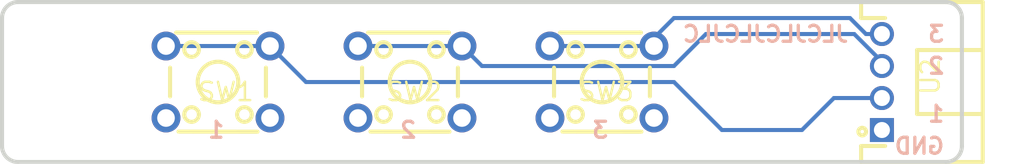
<source format=kicad_pcb>
(kicad_pcb (version 20171130) (host pcbnew "(5.1.5)-3") (page "A4") (layers (0 "F.Cu" signal) (31 "B.Cu" signal) (32 "B.Adhes" user) (33 "F.Adhes" user) (34 "B.Paste" user) (35 "F.Paste" user) (36 "B.SilkS" user) (37 "F.SilkS" user) (38 "B.Mask" user) (39 "F.Mask" user) (40 "Dwgs.User" user) (41 "Cmts.User" user) (42 "Eco1.User" user) (43 "Eco2.User" user) (44 "Edge.Cuts" user) (45 "Margin" user) (46 "B.CrtYd" user) (47 "F.CrtYd" user) (48 "B.Fab" user hide) (49 "F.Fab" user hide)) (net 0 "") (net 1 "SW3_2") (net 2 "SW1_2") (net 3 "SW2_2") (net 4 "GND") (gr_line (start 64.08 68.928) (end 6.08 68.928) (width 0.254) (layer "Edge.Cuts")) (gr_line (start 6.08 58.928) (end 64.08 58.928) (width 0.254) (layer "Edge.Cuts")) (gr_line (start 5.08 67.928) (end 5.08 59.928) (width 0.254) (layer "Edge.Cuts")) (gr_line (start 65.08 59.928) (end 65.08 67.928) (width 0.254) (layer "Edge.Cuts")) (gr_arc (start 64.08 59.928) (end 64.08 58.928) (angle 90) (width 0.254) (layer "Edge.Cuts")) (gr_arc (start 6.08 59.928) (end 5.08 59.928) (angle 90) (width 0.254) (layer "Edge.Cuts")) (gr_arc (start 64.08 67.928) (end 65.08 67.928) (angle 90) (width 0.254) (layer "Edge.Cuts")) (gr_arc (start 6.08 67.928) (end 6.08 68.928) (angle 90) (width 0.254) (layer "Edge.Cuts")) (segment (start 45.83 61.678) (end 45.83 61.178) (width 0.254) (layer "B.Cu") (net 1)) (segment (start 45.83 61.178) (end 47.08 59.928) (width 0.254) (layer "B.Cu") (net 1)) (segment (start 47.08 59.928) (end 58.08 59.928) (width 0.254) (layer "B.Cu") (net 1)) (segment (start 58.08 59.928) (end 59.08 60.928) (width 0.254) (layer "B.Cu") (net 1)) (segment (start 59.08 60.928) (end 60.08 60.928) (width 0.254) (layer "B.Cu") (net 1)) (segment (start 15.33 61.678) (end 21.83 61.678) (width 0.254) (layer "B.Cu") (net 2)) (segment (start 27.33 61.678) (end 33.83 61.678) (width 0.254) (layer "B.Cu") (net 3)) (segment (start 39.33 61.678) (end 45.83 61.678) (width 0.254) (layer "B.Cu") (net 1)) (segment (start 33.83 61.678) (end 35.08 62.928) (width 0.254) (layer "B.Cu") (net 3)) (segment (start 35.08 62.928) (end 47.08 62.928) (width 0.254) (layer "B.Cu") (net 3)) (segment (start 47.08 62.928) (end 49.08 60.928) (width 0.254) (layer "B.Cu") (net 3)) (segment (start 49.08 60.928) (end 58.35 60.928) (width 0.254) (layer "B.Cu") (net 3)) (segment (start 58.35 60.928) (end 60.08 62.658) (width 0.254) (layer "B.Cu") (net 3)) (segment (start 21.83 61.678) (end 24.08 63.928) (width 0.254) (layer "B.Cu") (net 2)) (segment (start 24.08 63.928) (end 47.08 63.928) (width 0.254) (layer "B.Cu") (net 2)) (segment (start 47.08 63.928) (end 50.08 66.928) (width 0.254) (layer "B.Cu") (net 2)) (segment (start 50.08 66.928) (end 55.08 66.928) (width 0.254) (layer "B.Cu") (net 2)) (segment (start 55.08 66.928) (end 57.08 64.928) (width 0.254) (layer "B.Cu") (net 2)) (segment (start 57.08 64.928) (end 60.08 64.928) (width 0.254) (layer "B.Cu") (net 2)) (zone (net 4) (net_name "GND") (layer "B.Cu") (hatch edge 0.508) (connect_pads (clearance 0.254)) (polygon (pts (xy 5.08 58.928) (xy 65.08 58.928) (xy 65.08 68.928) (xy 5.08 68.928)))) (gr_text "1" (at 19.08 66.928 0) (layer "B.SilkS") (effects (font (size 1 1) (thickness 0.203)) (justify left mirror))) (gr_text "2" (at 31.08 66.928 0) (layer "B.SilkS") (effects (font (size 1 1) (thickness 0.203)) (justify left mirror))) (gr_text "3" (at 43.08 66.928 0) (layer "B.SilkS") (effects (font (size 1 1) (thickness 0.203)) (justify left mirror))) (gr_text "1" (at 64.08 65.928 0) (layer "B.SilkS") (effects (font (size 1 1) (thickness 0.203)) (justify left mirror))) (gr_text "2" (at 64.08 62.928 0) (layer "B.SilkS") (effects (font (size 1 1) (thickness 0.203)) (justify left mirror))) (gr_text "3" (at 64.08 60.928 0) (layer "B.SilkS") (effects (font (size 1 1) (thickness 0.203)) (justify left mirror))) (gr_text "GND" (at 64.08 67.928 0) (layer "B.SilkS") (effects (font (size 1 1) (thickness 0.203)) (justify left mirror))) (gr_text "JLCJLCJLCJLC" (at 58.08 60.928 0) (layer "B.SilkS") (effects (font (size 1 1) (thickness 0.203)) (justify left mirror))) (module "easyeda:CONN-TH_4P-P2.00_S4B-PH-K-S-LF-SN" (layer "F.Cu") (at 60.08 63.928 90) (fp_text value "S4B-PH-K-S-(LF)(SN)" (at -0.239 -3.546 90) (layer "F.Fab") hide (effects (font (size 1.143 1.143) (thickness 0.152)) (justify left))) (fp_text reference "U2" (at -0.899 3.024 90) (layer "F.SilkS") (effects (font (size 1.143 1.143) (thickness 0.152)) (justify left))) (fp_poly (pts (xy -1.87 6.3) (xy -2.13 6.3) (xy -2.13 2.08) (xy -2.12 2.07) (xy 2.13 2.07) (xy 2.13 6.3) (xy 1.87 6.3) (xy 1.87 2.32) (xy -1.87 2.32)) (layer "Cmts.User") (width 0)) (fp_line (start 5 -1.3) (end 4 -1.3) (width 0.254) (layer "F.SilkS")) (fp_line (start 4 -1.3) (end 4 0.2) (width 0.254) (layer "F.SilkS")) (fp_line (start 1.999 2.199) (end 1.999 6.2) (width 0.254) (layer "F.SilkS")) (fp_line (start 2 2.199) (end -1.999 2.199) (width 0.254) (layer "F.SilkS")) (fp_line (start -1.999 2.199) (end -1.999 6.2) (width 0.254) (layer "F.SilkS")) (fp_line (start -5 -1.3) (end -4 -1.3) (width 0.254) (layer "F.SilkS")) (fp_line (start -4 -1.3) (end -4 0.2) (width 0.254) (layer "F.SilkS")) (fp_line (start 4.999 6.301) (end 4.999 -1.301) (width 0.254) (layer "F.SilkS")) (fp_line (start -5 -1.3) (end -5 6.3) (width 0.254) (layer "F.SilkS")) (fp_line (start 5 6.301) (end -4.999 6.301) (width 0.254) (layer "F.SilkS")) (fp_circle (center -3.1 -1.23) (end -2.86 -1.23) (layer "F.SilkS") (width 0.254)) (pad 4 thru_hole circle (at 3 0 90) (size 1.5 1.5) (layers "*.Cu" "*.Paste" "*.Mask") (drill 1) (net 1 "SW3_2")) (pad 3 thru_hole circle (at 1 0 90) (size 1.5 1.5) (layers "*.Cu" "*.Paste" "*.Mask") (drill 1) (net 3 "SW2_2")) (pad 2 thru_hole circle (at -1 0 90) (size 1.5 1.5) (layers "*.Cu" "*.Paste" "*.Mask") (drill 1) (net 2 "SW1_2")) (pad 1 thru_hole rect (at -3 0 90) (size 1.5 1.5) (layers "*.Cu" "*.Paste" "*.Mask") (drill 1) (net 4 "GND")) (fp_text user ggebac5777776e55a5a (at 0 0) (layer "Cmts.User") (effects (font (size 1 1) (thickness 0.15))))) (module "easyeda:SW-TH_4P-L6.2-W6.2-P4.50-LS6.5" locked (layer "F.Cu") (at 18.58 63.928) (fp_text value "B3F-1070" (at -0.254 -5.334 0) (layer "F.Fab") hide (effects (font (size 1.143 1.143) (thickness 0.152)) (justify left))) (fp_text reference "SW1" (at -1.356 0.608 0) (layer "F.SilkS") (effects (font (size 1.143 1.143) (thickness 0.152)) (justify left))) (fp_line (start 2.466 3.106) (end -2.466 3.099) (width 0.254) (layer "F.SilkS")) (fp_line (start -2.616 -3.091) (end 2.431 -3.091) (width 0.254) (layer "F.SilkS")) (fp_line (start 2.431 -3.091) (end 2.336 -3.099) (width 0.254) (layer "F.SilkS")) (fp_line (start -2.995 0.898) (end -2.995 -0.898) (width 0.254) (layer "F.SilkS")) (fp_line (start 2.995 -0.898) (end 2.995 0.898) (width 0.254) (layer "F.SilkS")) (fp_circle (center 0 0) (end 1.27 0) (layer "F.SilkS") (width 0.254)) (fp_circle (center -1.651 -2.032) (end -1.193 -2.032) (layer "F.SilkS") (width 0.254)) (fp_circle (center 1.651 -2.032) (end 2.109 -2.032) (layer "F.SilkS") (width 0.254)) (fp_circle (center 1.651 2.032) (end 2.109 2.032) (layer "F.SilkS") (width 0.254)) (fp_circle (center -1.651 2.032) (end -1.193 2.032) (layer "F.SilkS") (width 0.254)) (pad 1 thru_hole circle (at -3.25 -2.25 0) (size 1.8 1.8) (layers "*.Cu" "*.Paste" "*.Mask") (drill 1.1) (net 2 "SW1_2")) (pad 2 thru_hole circle (at 3.25 -2.25 0) (size 1.8 1.8) (layers "*.Cu" "*.Paste" "*.Mask") (drill 1.1) (net 2 "SW1_2")) (pad 3 thru_hole circle (at -3.25 2.25 0) (size 1.8 1.8) (layers "*.Cu" "*.Paste" "*.Mask") (drill 1.1) (net 4 "GND")) (pad 4 thru_hole circle (at 3.25 2.25 0) (size 1.8 1.8) (layers "*.Cu" "*.Paste" "*.Mask") (drill 1.1) (net 4 "GND")) (fp_text user gge1b7830cf4f63b8ae (at 0 0) (layer "Cmts.User") (effects (font (size 1 1) (thickness 0.15))))) (module "easyeda:SW-TH_4P-L6.2-W6.2-P4.50-LS6.5" locked (layer "F.Cu") (at 30.58 63.928) (fp_text value "B3F-1070" (at -0.254 -5.334 0) (layer "F.Fab") hide (effects (font (size 1.143 1.143) (thickness 0.152)) (justify left))) (fp_text reference "SW2" (at -1.59 0.608 0) (layer "F.SilkS") (effects (font (size 1.143 1.143) (thickness 0.152)) (justify left))) (fp_line (start 2.466 3.106) (end -2.466 3.099) (width 0.254) (layer "F.SilkS")) (fp_line (start -2.616 -3.091) (end 2.431 -3.091) (width 0.254) (layer "F.SilkS")) (fp_line (start 2.431 -3.091) (end 2.336 -3.099) (width 0.254) (layer "F.SilkS")) (fp_line (start -2.995 0.898) (end -2.995 -0.898) (width 0.254) (layer "F.SilkS")) (fp_line (start 2.995 -0.898) (end 2.995 0.898) (width 0.254) (layer "F.SilkS")) (fp_circle (center 0 0) (end 1.27 0) (layer "F.SilkS") (width 0.254)) (fp_circle (center -1.651 -2.032) (end -1.193 -2.032) (layer "F.SilkS") (width 0.254)) (fp_circle (center 1.651 -2.032) (end 2.109 -2.032) (layer "F.SilkS") (width 0.254)) (fp_circle (center 1.651 2.032) (end 2.109 2.032) (layer "F.SilkS") (width 0.254)) (fp_circle (center -1.651 2.032) (end -1.193 2.032) (layer "F.SilkS") (width 0.254)) (pad 1 thru_hole circle (at -3.25 -2.25 0) (size 1.8 1.8) (layers "*.Cu" "*.Paste" "*.Mask") (drill 1.1) (net 3 "SW2_2")) (pad 2 thru_hole circle (at 3.25 -2.25 0) (size 1.8 1.8) (layers "*.Cu" "*.Paste" "*.Mask") (drill 1.1) (net 3 "SW2_2")) (pad 3 thru_hole circle (at -3.25 2.25 0) (size 1.8 1.8) (layers "*.Cu" "*.Paste" "*.Mask") (drill 1.1) (net 4 "GND")) (pad 4 thru_hole circle (at 3.25 2.25 0) (size 1.8 1.8) (layers "*.Cu" "*.Paste" "*.Mask") (drill 1.1) (net 4 "GND")) (fp_text user ggecef292de58de168d (at 0 0) (layer "Cmts.User") (effects (font (size 1 1) (thickness 0.15))))) (module "easyeda:SW-TH_4P-L6.2-W6.2-P4.50-LS6.5" locked (layer "F.Cu") (at 42.58 63.928) (fp_text value "B3F-1070" (at -0.254 -5.334 0) (layer "F.Fab") hide (effects (font (size 1.143 1.143) (thickness 0.152)) (justify left))) (fp_text reference "SW3" (at -1.59 0.608 0) (layer "F.SilkS") (effects (font (size 1.143 1.143) (thickness 0.152)) (justify left))) (fp_line (start 2.466 3.106) (end -2.466 3.099) (width 0.254) (layer "F.SilkS")) (fp_line (start -2.616 -3.091) (end 2.431 -3.091) (width 0.254) (layer "F.SilkS")) (fp_line (start 2.431 -3.091) (end 2.336 -3.099) (width 0.254) (layer "F.SilkS")) (fp_line (start -2.995 0.898) (end -2.995 -0.898) (width 0.254) (layer "F.SilkS")) (fp_line (start 2.995 -0.898) (end 2.995 0.898) (width 0.254) (layer "F.SilkS")) (fp_circle (center 0 0) (end 1.27 0) (layer "F.SilkS") (width 0.254)) (fp_circle (center -1.651 -2.032) (end -1.193 -2.032) (layer "F.SilkS") (width 0.254)) (fp_circle (center 1.651 -2.032) (end 2.109 -2.032) (layer "F.SilkS") (width 0.254)) (fp_circle (center 1.651 2.032) (end 2.109 2.032) (layer "F.SilkS") (width 0.254)) (fp_circle (center -1.651 2.032) (end -1.193 2.032) (layer "F.SilkS") (width 0.254)) (pad 1 thru_hole circle (at -3.25 -2.25 0) (size 1.8 1.8) (layers "*.Cu" "*.Paste" "*.Mask") (drill 1.1) (net 1 "SW3_2")) (pad 2 thru_hole circle (at 3.25 -2.25 0) (size 1.8 1.8) (layers "*.Cu" "*.Paste" "*.Mask") (drill 1.1) (net 1 "SW3_2")) (pad 3 thru_hole circle (at -3.25 2.25 0) (size 1.8 1.8) (layers "*.Cu" "*.Paste" "*.Mask") (drill 1.1) (net 4 "GND")) (pad 4 thru_hole circle (at 3.25 2.25 0) (size 1.8 1.8) (layers "*.Cu" "*.Paste" "*.Mask") (drill 1.1) (net 4 "GND")) (fp_text user gge518d44d3b21109dd (at 0 0) (layer "Cmts.User") (effects (font (size 1 1) (thickness 0.15))))) (module "AutoGenerated:MountingHole_3.20mm" locked (layer "F.Cu") (at 9.58 63.928) (attr virtual) (fp_text reference "" (at 0 0) (layer "F.SilkS")) (fp_text value "" (at 0 0) (layer "F.SilkS")) (pad "" np_thru_hole circle (at 0 0) (size 3.2 3.2) (drill 3.2) (layers "*.Cu" "*.Mask"))) (module "AutoGenerated:MountingHole_3.20mm" locked (layer "F.Cu") (at 51.58 63.928) (attr virtual) (fp_text reference "" (at 0 0) (layer "F.SilkS")) (fp_text value "" (at 0 0) (layer "F.SilkS")) (pad "" np_thru_hole circle (at 0 0) (size 3.2 3.2) (drill 3.2) (layers "*.Cu" "*.Mask"))))
</source>
